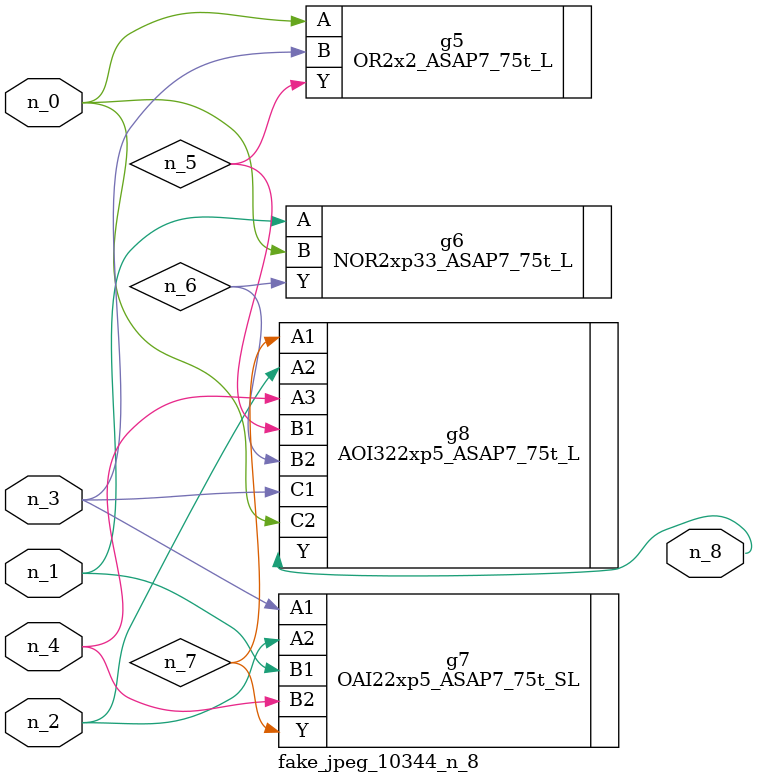
<source format=v>
module fake_jpeg_10344_n_8 (n_3, n_2, n_1, n_0, n_4, n_8);

input n_3;
input n_2;
input n_1;
input n_0;
input n_4;

output n_8;

wire n_6;
wire n_5;
wire n_7;

OR2x2_ASAP7_75t_L g5 ( 
.A(n_0),
.B(n_3),
.Y(n_5)
);

NOR2xp33_ASAP7_75t_L g6 ( 
.A(n_1),
.B(n_0),
.Y(n_6)
);

OAI22xp5_ASAP7_75t_SL g7 ( 
.A1(n_3),
.A2(n_2),
.B1(n_1),
.B2(n_4),
.Y(n_7)
);

AOI322xp5_ASAP7_75t_L g8 ( 
.A1(n_7),
.A2(n_2),
.A3(n_4),
.B1(n_5),
.B2(n_6),
.C1(n_3),
.C2(n_0),
.Y(n_8)
);


endmodule
</source>
